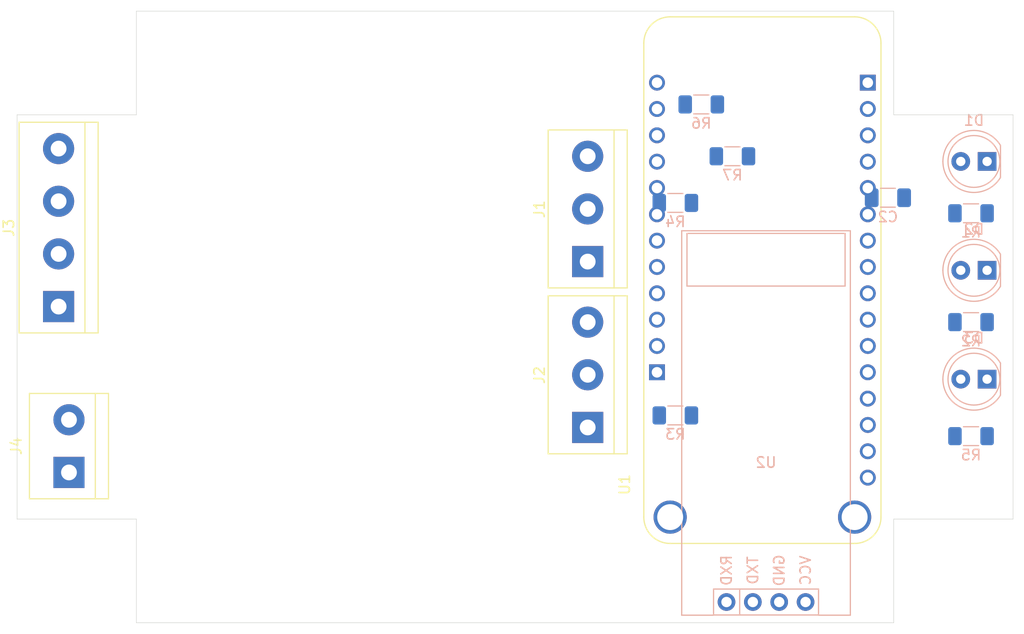
<source format=kicad_pcb>
(kicad_pcb (version 20171130) (host pcbnew 5.1.10-88a1d61d58~88~ubuntu18.04.1)

  (general
    (thickness 1.6)
    (drawings 24)
    (tracks 0)
    (zones 0)
    (modules 17)
    (nets 31)
  )

  (page A4)
  (layers
    (0 F.Cu signal)
    (31 B.Cu signal)
    (32 B.Adhes user)
    (33 F.Adhes user)
    (34 B.Paste user)
    (35 F.Paste user)
    (36 B.SilkS user)
    (37 F.SilkS user)
    (38 B.Mask user)
    (39 F.Mask user)
    (40 Dwgs.User user)
    (41 Cmts.User user)
    (42 Eco1.User user)
    (43 Eco2.User user)
    (44 Edge.Cuts user)
    (45 Margin user)
    (46 B.CrtYd user)
    (47 F.CrtYd user)
    (48 B.Fab user hide)
    (49 F.Fab user hide)
  )

  (setup
    (last_trace_width 0.25)
    (trace_clearance 0.2)
    (zone_clearance 0.508)
    (zone_45_only no)
    (trace_min 0.2)
    (via_size 0.8)
    (via_drill 0.4)
    (via_min_size 0.4)
    (via_min_drill 0.3)
    (uvia_size 0.3)
    (uvia_drill 0.1)
    (uvias_allowed no)
    (uvia_min_size 0.2)
    (uvia_min_drill 0.1)
    (edge_width 0.05)
    (segment_width 0.2)
    (pcb_text_width 0.3)
    (pcb_text_size 1.5 1.5)
    (mod_edge_width 0.12)
    (mod_text_size 1 1)
    (mod_text_width 0.15)
    (pad_size 1.524 1.524)
    (pad_drill 0.762)
    (pad_to_mask_clearance 0.051)
    (solder_mask_min_width 0.25)
    (aux_axis_origin 0 0)
    (visible_elements FFFFFF7F)
    (pcbplotparams
      (layerselection 0x010fc_ffffffff)
      (usegerberextensions false)
      (usegerberattributes true)
      (usegerberadvancedattributes true)
      (creategerberjobfile true)
      (excludeedgelayer true)
      (linewidth 0.100000)
      (plotframeref false)
      (viasonmask false)
      (mode 1)
      (useauxorigin false)
      (hpglpennumber 1)
      (hpglpenspeed 20)
      (hpglpendiameter 15.000000)
      (psnegative false)
      (psa4output false)
      (plotreference true)
      (plotvalue true)
      (plotinvisibletext false)
      (padsonsilk false)
      (subtractmaskfromsilk false)
      (outputformat 1)
      (mirror false)
      (drillshape 1)
      (scaleselection 1)
      (outputdirectory ""))
  )

  (net 0 "")
  (net 1 GND)
  (net 2 +5V)
  (net 3 "Net-(D1-Pad1)")
  (net 4 "Net-(D2-Pad2)")
  (net 5 "Net-(D2-Pad1)")
  (net 6 "Net-(D3-Pad2)")
  (net 7 "Net-(D3-Pad1)")
  (net 8 "Net-(J1-Pad2)")
  (net 9 "Net-(J1-Pad1)")
  (net 10 "Net-(J2-Pad2)")
  (net 11 "Net-(J2-Pad1)")
  (net 12 "Net-(J3-Pad1)")
  (net 13 "Net-(J3-Pad2)")
  (net 14 "Net-(R6-Pad1)")
  (net 15 "Net-(U1-PadP1_16)")
  (net 16 "Net-(U1-PadP1_14)")
  (net 17 "Net-(U1-PadP1_11)")
  (net 18 "Net-(U1-PadP1_10)")
  (net 19 "Net-(U1-PadP1_9)")
  (net 20 "Net-(U1-PadP1_8)")
  (net 21 "Net-(U1-PadP1_7)")
  (net 22 "Net-(U1-PadP1_6)")
  (net 23 "Net-(U1-PadP1_5)")
  (net 24 "Net-(U1-PadP1_4)")
  (net 25 "Net-(U1-PadP1_3)")
  (net 26 "Net-(U1-PadP1_2)")
  (net 27 "Net-(U1-PadP2_11)")
  (net 28 "Net-(U1-PadP2_8)")
  (net 29 "Net-(U1-PadP2_2)")
  (net 30 "Net-(U1-PadP2_1)")

  (net_class Default "This is the default net class."
    (clearance 0.2)
    (trace_width 0.25)
    (via_dia 0.8)
    (via_drill 0.4)
    (uvia_dia 0.3)
    (uvia_drill 0.1)
    (add_net +5V)
    (add_net GND)
    (add_net "Net-(D1-Pad1)")
    (add_net "Net-(D2-Pad1)")
    (add_net "Net-(D2-Pad2)")
    (add_net "Net-(D3-Pad1)")
    (add_net "Net-(D3-Pad2)")
    (add_net "Net-(J1-Pad1)")
    (add_net "Net-(J1-Pad2)")
    (add_net "Net-(J2-Pad1)")
    (add_net "Net-(J2-Pad2)")
    (add_net "Net-(J3-Pad1)")
    (add_net "Net-(J3-Pad2)")
    (add_net "Net-(R6-Pad1)")
    (add_net "Net-(U1-PadP1_10)")
    (add_net "Net-(U1-PadP1_11)")
    (add_net "Net-(U1-PadP1_14)")
    (add_net "Net-(U1-PadP1_16)")
    (add_net "Net-(U1-PadP1_2)")
    (add_net "Net-(U1-PadP1_3)")
    (add_net "Net-(U1-PadP1_4)")
    (add_net "Net-(U1-PadP1_5)")
    (add_net "Net-(U1-PadP1_6)")
    (add_net "Net-(U1-PadP1_7)")
    (add_net "Net-(U1-PadP1_8)")
    (add_net "Net-(U1-PadP1_9)")
    (add_net "Net-(U1-PadP2_1)")
    (add_net "Net-(U1-PadP2_11)")
    (add_net "Net-(U1-PadP2_2)")
    (add_net "Net-(U1-PadP2_8)")
  )

  (module dmcginnis427Footprints:HC06 (layer B.Cu) (tedit 5E381737) (tstamp 60F19D68)
    (at 174.19 127.5)
    (path /5E38CE65)
    (fp_text reference U2 (at 0 -13.462) (layer B.SilkS)
      (effects (font (size 1 1) (thickness 0.15)) (justify mirror))
    )
    (fp_text value HC06 (at 0 2.25) (layer B.Fab)
      (effects (font (size 1 1) (thickness 0.15)) (justify mirror))
    )
    (fp_text user VCC (at 3.81 -3.048 270) (layer B.SilkS)
      (effects (font (size 1 1) (thickness 0.15)) (justify mirror))
    )
    (fp_text user GND (at 1.27 -3.048 270) (layer B.SilkS)
      (effects (font (size 1 1) (thickness 0.15)) (justify mirror))
    )
    (fp_text user TXD (at -1.27 -3.048 270) (layer B.SilkS)
      (effects (font (size 1 1) (thickness 0.15)) (justify mirror))
    )
    (fp_text user RXD (at -3.81 -3.048 270) (layer B.SilkS)
      (effects (font (size 1 1) (thickness 0.15)) (justify mirror))
    )
    (fp_line (start -5.06 1.25) (end 5.06 1.25) (layer B.SilkS) (width 0.12))
    (fp_line (start 5.06 1.25) (end 5.06 -1.25) (layer B.SilkS) (width 0.12))
    (fp_line (start 5.06 -1.25) (end -5.06 -1.25) (layer B.SilkS) (width 0.12))
    (fp_line (start -5.06 -1.25) (end -5.06 1.25) (layer B.SilkS) (width 0.12))
    (fp_line (start -2.54 1.25) (end -2.54 -1.25) (layer B.SilkS) (width 0.12))
    (fp_line (start -8.382 1.524) (end 8.382 1.524) (layer B.CrtYd) (width 0.05))
    (fp_line (start 8.382 1.524) (end 8.382 -36.068) (layer B.CrtYd) (width 0.05))
    (fp_line (start 8.382 -36.068) (end -8.382 -36.068) (layer B.CrtYd) (width 0.05))
    (fp_line (start -8.382 -36.068) (end -8.382 1.524) (layer B.CrtYd) (width 0.05))
    (fp_line (start -7.62 -30.48) (end 7.62 -30.48) (layer B.SilkS) (width 0.12))
    (fp_line (start 7.62 -30.48) (end 7.62 -35.56) (layer B.SilkS) (width 0.12))
    (fp_line (start 7.62 -35.56) (end -7.62 -35.56) (layer B.SilkS) (width 0.12))
    (fp_line (start -7.62 -35.56) (end -7.62 -30.48) (layer B.SilkS) (width 0.12))
    (fp_line (start -8.128 1.27) (end -8.128 -35.814) (layer B.SilkS) (width 0.12))
    (fp_line (start -8.128 -35.814) (end 8.128 -35.814) (layer B.SilkS) (width 0.12))
    (fp_line (start 8.128 -35.814) (end 8.128 1.27) (layer B.SilkS) (width 0.12))
    (fp_line (start 8.128 1.27) (end 5.08 1.27) (layer B.SilkS) (width 0.12))
    (fp_line (start -8.128 1.27) (end -5.08 1.27) (layer B.SilkS) (width 0.12))
    (pad 4 thru_hole circle (at 3.81 0) (size 1.7 1.7) (drill 1) (layers *.Cu *.Mask)
      (net 2 +5V))
    (pad 3 thru_hole circle (at 1.27 0) (size 1.7 1.7) (drill 1) (layers *.Cu *.Mask)
      (net 1 GND))
    (pad 2 thru_hole circle (at -1.27 0) (size 1.7 1.7) (drill 1) (layers *.Cu *.Mask)
      (net 25 "Net-(U1-PadP1_3)"))
    (pad 1 thru_hole circle (at -3.81 0) (size 1.7 1.7) (drill 1) (layers *.Cu *.Mask)
      (net 26 "Net-(U1-PadP1_2)"))
  )

  (module FEATHER_M0_BASIC_PROTO:MODULE_FEATHER_M0_BASIC_PROTO (layer F.Cu) (tedit 60F125E9) (tstamp 60F19872)
    (at 173.84 96.45 90)
    (path /60F29FBE)
    (fp_text reference U1 (at -19.725 -13.275 90) (layer F.SilkS)
      (effects (font (size 1 1) (thickness 0.15)))
    )
    (fp_text value FEATHER_M0_BASIC_PROTO (at -4.785 13.315 90) (layer F.Fab)
      (effects (font (size 1 1) (thickness 0.15)))
    )
    (fp_arc (start 22.86 -8.89) (end 22.86 -11.68) (angle 90) (layer F.CrtYd) (width 0.05))
    (fp_arc (start 22.86 8.89) (end 25.65 8.89) (angle 90) (layer F.CrtYd) (width 0.05))
    (fp_arc (start -22.86 8.89) (end -22.86 11.68) (angle 90) (layer F.CrtYd) (width 0.05))
    (fp_arc (start -22.86 -8.89) (end -25.65 -8.89) (angle 90) (layer F.CrtYd) (width 0.05))
    (fp_arc (start 22.86 8.89) (end 22.86 11.43) (angle -90) (layer F.Fab) (width 0.127))
    (fp_arc (start 22.86 -8.89) (end 25.4 -8.89) (angle -90) (layer F.Fab) (width 0.127))
    (fp_arc (start -22.86 -8.89) (end -22.86 -11.43) (angle -90) (layer F.Fab) (width 0.127))
    (fp_arc (start -22.86 8.89) (end -25.4 8.89) (angle -90) (layer F.Fab) (width 0.127))
    (fp_arc (start 22.86 8.89) (end 22.86 11.43) (angle -90) (layer F.SilkS) (width 0.127))
    (fp_arc (start 22.86 -8.89) (end 25.4 -8.89) (angle -90) (layer F.SilkS) (width 0.127))
    (fp_arc (start -22.86 -8.89) (end -22.86 -11.43) (angle -90) (layer F.SilkS) (width 0.127))
    (fp_arc (start -22.86 8.89) (end -25.4 8.89) (angle -90) (layer F.SilkS) (width 0.127))
    (fp_line (start -25.4 8.89) (end -25.4 -8.89) (layer F.SilkS) (width 0.127))
    (fp_line (start -22.86 -11.43) (end 22.86 -11.43) (layer F.SilkS) (width 0.127))
    (fp_line (start 25.4 -8.89) (end 25.4 8.89) (layer F.SilkS) (width 0.127))
    (fp_line (start 22.86 11.43) (end -22.86 11.43) (layer F.SilkS) (width 0.127))
    (fp_line (start -25.4 8.89) (end -25.4 -8.89) (layer F.Fab) (width 0.127))
    (fp_line (start -22.86 -11.43) (end 22.86 -11.43) (layer F.Fab) (width 0.127))
    (fp_line (start 25.4 -8.89) (end 25.4 8.89) (layer F.Fab) (width 0.127))
    (fp_line (start 22.86 11.43) (end -22.86 11.43) (layer F.Fab) (width 0.127))
    (fp_line (start -25.65 -8.89) (end -25.65 8.89) (layer F.CrtYd) (width 0.05))
    (fp_line (start -22.86 11.68) (end 22.86 11.68) (layer F.CrtYd) (width 0.05))
    (fp_line (start 25.65 8.89) (end 25.65 -8.89) (layer F.CrtYd) (width 0.05))
    (fp_line (start 22.86 -11.68) (end -22.86 -11.68) (layer F.CrtYd) (width 0.05))
    (pad P1_16 thru_hole circle (at -19.05 10.16 90) (size 1.53 1.53) (drill 1.02) (layers *.Cu *.Mask)
      (net 15 "Net-(U1-PadP1_16)"))
    (pad P1_15 thru_hole circle (at -16.51 10.16 90) (size 1.53 1.53) (drill 1.02) (layers *.Cu *.Mask)
      (net 14 "Net-(R6-Pad1)"))
    (pad P1_14 thru_hole circle (at -13.97 10.16 90) (size 1.53 1.53) (drill 1.02) (layers *.Cu *.Mask)
      (net 16 "Net-(U1-PadP1_14)"))
    (pad P1_13 thru_hole circle (at -11.43 10.16 90) (size 1.53 1.53) (drill 1.02) (layers *.Cu *.Mask)
      (net 1 GND))
    (pad P1_12 thru_hole circle (at -8.89 10.16 90) (size 1.53 1.53) (drill 1.02) (layers *.Cu *.Mask)
      (net 12 "Net-(J3-Pad1)"))
    (pad P1_11 thru_hole circle (at -6.35 10.16 90) (size 1.53 1.53) (drill 1.02) (layers *.Cu *.Mask)
      (net 17 "Net-(U1-PadP1_11)"))
    (pad P1_10 thru_hole circle (at -3.81 10.16 90) (size 1.53 1.53) (drill 1.02) (layers *.Cu *.Mask)
      (net 18 "Net-(U1-PadP1_10)"))
    (pad P1_9 thru_hole circle (at -1.27 10.16 90) (size 1.53 1.53) (drill 1.02) (layers *.Cu *.Mask)
      (net 19 "Net-(U1-PadP1_9)"))
    (pad P1_8 thru_hole circle (at 1.27 10.16 90) (size 1.53 1.53) (drill 1.02) (layers *.Cu *.Mask)
      (net 20 "Net-(U1-PadP1_8)"))
    (pad P1_7 thru_hole circle (at 3.81 10.16 90) (size 1.53 1.53) (drill 1.02) (layers *.Cu *.Mask)
      (net 21 "Net-(U1-PadP1_7)"))
    (pad P1_6 thru_hole circle (at 6.35 10.16 90) (size 1.53 1.53) (drill 1.02) (layers *.Cu *.Mask)
      (net 22 "Net-(U1-PadP1_6)"))
    (pad P1_5 thru_hole circle (at 8.89 10.16 90) (size 1.53 1.53) (drill 1.02) (layers *.Cu *.Mask)
      (net 23 "Net-(U1-PadP1_5)"))
    (pad P1_4 thru_hole circle (at 11.43 10.16 90) (size 1.53 1.53) (drill 1.02) (layers *.Cu *.Mask)
      (net 24 "Net-(U1-PadP1_4)"))
    (pad P1_3 thru_hole circle (at 13.97 10.16 90) (size 1.53 1.53) (drill 1.02) (layers *.Cu *.Mask)
      (net 25 "Net-(U1-PadP1_3)"))
    (pad P1_2 thru_hole circle (at 16.51 10.16 90) (size 1.53 1.53) (drill 1.02) (layers *.Cu *.Mask)
      (net 26 "Net-(U1-PadP1_2)"))
    (pad P2_12 thru_hole circle (at 19.05 -10.16 90) (size 1.53 1.53) (drill 1.02) (layers *.Cu *.Mask)
      (net 13 "Net-(J3-Pad2)"))
    (pad P2_11 thru_hole circle (at 16.51 -10.16 90) (size 1.53 1.53) (drill 1.02) (layers *.Cu *.Mask)
      (net 27 "Net-(U1-PadP2_11)"))
    (pad P2_10 thru_hole circle (at 13.97 -10.16 90) (size 1.53 1.53) (drill 1.02) (layers *.Cu *.Mask)
      (net 10 "Net-(J2-Pad2)"))
    (pad P2_9 thru_hole circle (at 11.43 -10.16 90) (size 1.53 1.53) (drill 1.02) (layers *.Cu *.Mask)
      (net 6 "Net-(D3-Pad2)"))
    (pad P2_8 thru_hole circle (at 8.89 -10.16 90) (size 1.53 1.53) (drill 1.02) (layers *.Cu *.Mask)
      (net 28 "Net-(U1-PadP2_8)"))
    (pad P2_7 thru_hole circle (at 6.35 -10.16 90) (size 1.53 1.53) (drill 1.02) (layers *.Cu *.Mask)
      (net 11 "Net-(J2-Pad1)"))
    (pad P2_6 thru_hole circle (at 3.81 -10.16 90) (size 1.53 1.53) (drill 1.02) (layers *.Cu *.Mask)
      (net 8 "Net-(J1-Pad2)"))
    (pad P2_5 thru_hole circle (at 1.27 -10.16 90) (size 1.53 1.53) (drill 1.02) (layers *.Cu *.Mask)
      (net 9 "Net-(J1-Pad1)"))
    (pad P2_4 thru_hole circle (at -1.27 -10.16 90) (size 1.53 1.53) (drill 1.02) (layers *.Cu *.Mask)
      (net 4 "Net-(D2-Pad2)"))
    (pad P2_3 thru_hole circle (at -3.81 -10.16 90) (size 1.53 1.53) (drill 1.02) (layers *.Cu *.Mask)
      (net 2 +5V))
    (pad P2_2 thru_hole circle (at -6.35 -10.16 90) (size 1.53 1.53) (drill 1.02) (layers *.Cu *.Mask)
      (net 29 "Net-(U1-PadP2_2)"))
    (pad None np_thru_hole circle (at 22.86 -8.89 90) (size 2.54 2.54) (drill 2.54) (layers *.Cu *.Mask))
    (pad None np_thru_hole circle (at 22.86 8.89 90) (size 2.54 2.54) (drill 2.54) (layers *.Cu *.Mask))
    (pad P$2 thru_hole circle (at -22.86 8.89 90) (size 3.2 3.2) (drill 2.5) (layers *.Cu *.Mask))
    (pad P$1 thru_hole circle (at -22.86 -8.89 90) (size 3.2 3.2) (drill 2.5) (layers *.Cu *.Mask))
    (pad P2_1 thru_hole rect (at -8.89 -10.16 90) (size 1.53 1.53) (drill 1.02) (layers *.Cu *.Mask)
      (net 30 "Net-(U1-PadP2_1)"))
    (pad P1_1 thru_hole rect (at 19.05 10.16 90) (size 1.53 1.53) (drill 1.02) (layers *.Cu *.Mask)
      (net 1 GND))
  )

  (module Resistor_SMD:R_1206_3216Metric_Pad1.30x1.75mm_HandSolder (layer B.Cu) (tedit 5F68FEEE) (tstamp 60F19836)
    (at 170.95 84.5)
    (descr "Resistor SMD 1206 (3216 Metric), square (rectangular) end terminal, IPC_7351 nominal with elongated pad for handsoldering. (Body size source: IPC-SM-782 page 72, https://www.pcb-3d.com/wordpress/wp-content/uploads/ipc-sm-782a_amendment_1_and_2.pdf), generated with kicad-footprint-generator")
    (tags "resistor handsolder")
    (path /60940A3C)
    (attr smd)
    (fp_text reference R7 (at 0 1.82) (layer B.SilkS)
      (effects (font (size 1 1) (thickness 0.15)) (justify mirror))
    )
    (fp_text value 10k (at 0 -1.82) (layer B.Fab)
      (effects (font (size 1 1) (thickness 0.15)) (justify mirror))
    )
    (fp_text user %R (at 0 0) (layer B.Fab)
      (effects (font (size 0.8 0.8) (thickness 0.12)) (justify mirror))
    )
    (fp_line (start -1.6 -0.8) (end -1.6 0.8) (layer B.Fab) (width 0.1))
    (fp_line (start -1.6 0.8) (end 1.6 0.8) (layer B.Fab) (width 0.1))
    (fp_line (start 1.6 0.8) (end 1.6 -0.8) (layer B.Fab) (width 0.1))
    (fp_line (start 1.6 -0.8) (end -1.6 -0.8) (layer B.Fab) (width 0.1))
    (fp_line (start -0.727064 0.91) (end 0.727064 0.91) (layer B.SilkS) (width 0.12))
    (fp_line (start -0.727064 -0.91) (end 0.727064 -0.91) (layer B.SilkS) (width 0.12))
    (fp_line (start -2.45 -1.12) (end -2.45 1.12) (layer B.CrtYd) (width 0.05))
    (fp_line (start -2.45 1.12) (end 2.45 1.12) (layer B.CrtYd) (width 0.05))
    (fp_line (start 2.45 1.12) (end 2.45 -1.12) (layer B.CrtYd) (width 0.05))
    (fp_line (start 2.45 -1.12) (end -2.45 -1.12) (layer B.CrtYd) (width 0.05))
    (pad 2 smd roundrect (at 1.55 0) (size 1.3 1.75) (layers B.Cu B.Paste B.Mask) (roundrect_rratio 0.192308)
      (net 12 "Net-(J3-Pad1)"))
    (pad 1 smd roundrect (at -1.55 0) (size 1.3 1.75) (layers B.Cu B.Paste B.Mask) (roundrect_rratio 0.192308)
      (net 14 "Net-(R6-Pad1)"))
    (model ${KISYS3DMOD}/Resistor_SMD.3dshapes/R_1206_3216Metric.wrl
      (at (xyz 0 0 0))
      (scale (xyz 1 1 1))
      (rotate (xyz 0 0 0))
    )
  )

  (module Resistor_SMD:R_1206_3216Metric_Pad1.30x1.75mm_HandSolder (layer B.Cu) (tedit 5F68FEEE) (tstamp 60F19825)
    (at 167.95 79.5)
    (descr "Resistor SMD 1206 (3216 Metric), square (rectangular) end terminal, IPC_7351 nominal with elongated pad for handsoldering. (Body size source: IPC-SM-782 page 72, https://www.pcb-3d.com/wordpress/wp-content/uploads/ipc-sm-782a_amendment_1_and_2.pdf), generated with kicad-footprint-generator")
    (tags "resistor handsolder")
    (path /609486EE)
    (attr smd)
    (fp_text reference R6 (at 0 1.82) (layer B.SilkS)
      (effects (font (size 1 1) (thickness 0.15)) (justify mirror))
    )
    (fp_text value 10k (at 0 -1.82) (layer B.Fab)
      (effects (font (size 1 1) (thickness 0.15)) (justify mirror))
    )
    (fp_text user %R (at 0 0) (layer B.Fab)
      (effects (font (size 0.8 0.8) (thickness 0.12)) (justify mirror))
    )
    (fp_line (start -1.6 -0.8) (end -1.6 0.8) (layer B.Fab) (width 0.1))
    (fp_line (start -1.6 0.8) (end 1.6 0.8) (layer B.Fab) (width 0.1))
    (fp_line (start 1.6 0.8) (end 1.6 -0.8) (layer B.Fab) (width 0.1))
    (fp_line (start 1.6 -0.8) (end -1.6 -0.8) (layer B.Fab) (width 0.1))
    (fp_line (start -0.727064 0.91) (end 0.727064 0.91) (layer B.SilkS) (width 0.12))
    (fp_line (start -0.727064 -0.91) (end 0.727064 -0.91) (layer B.SilkS) (width 0.12))
    (fp_line (start -2.45 -1.12) (end -2.45 1.12) (layer B.CrtYd) (width 0.05))
    (fp_line (start -2.45 1.12) (end 2.45 1.12) (layer B.CrtYd) (width 0.05))
    (fp_line (start 2.45 1.12) (end 2.45 -1.12) (layer B.CrtYd) (width 0.05))
    (fp_line (start 2.45 -1.12) (end -2.45 -1.12) (layer B.CrtYd) (width 0.05))
    (pad 2 smd roundrect (at 1.55 0) (size 1.3 1.75) (layers B.Cu B.Paste B.Mask) (roundrect_rratio 0.192308)
      (net 13 "Net-(J3-Pad2)"))
    (pad 1 smd roundrect (at -1.55 0) (size 1.3 1.75) (layers B.Cu B.Paste B.Mask) (roundrect_rratio 0.192308)
      (net 14 "Net-(R6-Pad1)"))
    (model ${KISYS3DMOD}/Resistor_SMD.3dshapes/R_1206_3216Metric.wrl
      (at (xyz 0 0 0))
      (scale (xyz 1 1 1))
      (rotate (xyz 0 0 0))
    )
  )

  (module Resistor_SMD:R_1206_3216Metric_Pad1.30x1.75mm_HandSolder (layer B.Cu) (tedit 5F68FEEE) (tstamp 60F19814)
    (at 193.95 111.5)
    (descr "Resistor SMD 1206 (3216 Metric), square (rectangular) end terminal, IPC_7351 nominal with elongated pad for handsoldering. (Body size source: IPC-SM-782 page 72, https://www.pcb-3d.com/wordpress/wp-content/uploads/ipc-sm-782a_amendment_1_and_2.pdf), generated with kicad-footprint-generator")
    (tags "resistor handsolder")
    (path /6092647F)
    (attr smd)
    (fp_text reference R5 (at 0 1.82) (layer B.SilkS)
      (effects (font (size 1 1) (thickness 0.15)) (justify mirror))
    )
    (fp_text value 220 (at 0 -1.82) (layer B.Fab)
      (effects (font (size 1 1) (thickness 0.15)) (justify mirror))
    )
    (fp_text user %R (at 0 0) (layer B.Fab)
      (effects (font (size 0.8 0.8) (thickness 0.12)) (justify mirror))
    )
    (fp_line (start -1.6 -0.8) (end -1.6 0.8) (layer B.Fab) (width 0.1))
    (fp_line (start -1.6 0.8) (end 1.6 0.8) (layer B.Fab) (width 0.1))
    (fp_line (start 1.6 0.8) (end 1.6 -0.8) (layer B.Fab) (width 0.1))
    (fp_line (start 1.6 -0.8) (end -1.6 -0.8) (layer B.Fab) (width 0.1))
    (fp_line (start -0.727064 0.91) (end 0.727064 0.91) (layer B.SilkS) (width 0.12))
    (fp_line (start -0.727064 -0.91) (end 0.727064 -0.91) (layer B.SilkS) (width 0.12))
    (fp_line (start -2.45 -1.12) (end -2.45 1.12) (layer B.CrtYd) (width 0.05))
    (fp_line (start -2.45 1.12) (end 2.45 1.12) (layer B.CrtYd) (width 0.05))
    (fp_line (start 2.45 1.12) (end 2.45 -1.12) (layer B.CrtYd) (width 0.05))
    (fp_line (start 2.45 -1.12) (end -2.45 -1.12) (layer B.CrtYd) (width 0.05))
    (pad 2 smd roundrect (at 1.55 0) (size 1.3 1.75) (layers B.Cu B.Paste B.Mask) (roundrect_rratio 0.192308)
      (net 7 "Net-(D3-Pad1)"))
    (pad 1 smd roundrect (at -1.55 0) (size 1.3 1.75) (layers B.Cu B.Paste B.Mask) (roundrect_rratio 0.192308)
      (net 1 GND))
    (model ${KISYS3DMOD}/Resistor_SMD.3dshapes/R_1206_3216Metric.wrl
      (at (xyz 0 0 0))
      (scale (xyz 1 1 1))
      (rotate (xyz 0 0 0))
    )
  )

  (module Resistor_SMD:R_1206_3216Metric_Pad1.30x1.75mm_HandSolder (layer B.Cu) (tedit 5F68FEEE) (tstamp 60F19803)
    (at 165.45 89)
    (descr "Resistor SMD 1206 (3216 Metric), square (rectangular) end terminal, IPC_7351 nominal with elongated pad for handsoldering. (Body size source: IPC-SM-782 page 72, https://www.pcb-3d.com/wordpress/wp-content/uploads/ipc-sm-782a_amendment_1_and_2.pdf), generated with kicad-footprint-generator")
    (tags "resistor handsolder")
    (path /6092FF71)
    (attr smd)
    (fp_text reference R4 (at 0 1.82) (layer B.SilkS)
      (effects (font (size 1 1) (thickness 0.15)) (justify mirror))
    )
    (fp_text value 10k (at 0 -1.82) (layer B.Fab)
      (effects (font (size 1 1) (thickness 0.15)) (justify mirror))
    )
    (fp_text user %R (at 0 0) (layer B.Fab)
      (effects (font (size 0.8 0.8) (thickness 0.12)) (justify mirror))
    )
    (fp_line (start -1.6 -0.8) (end -1.6 0.8) (layer B.Fab) (width 0.1))
    (fp_line (start -1.6 0.8) (end 1.6 0.8) (layer B.Fab) (width 0.1))
    (fp_line (start 1.6 0.8) (end 1.6 -0.8) (layer B.Fab) (width 0.1))
    (fp_line (start 1.6 -0.8) (end -1.6 -0.8) (layer B.Fab) (width 0.1))
    (fp_line (start -0.727064 0.91) (end 0.727064 0.91) (layer B.SilkS) (width 0.12))
    (fp_line (start -0.727064 -0.91) (end 0.727064 -0.91) (layer B.SilkS) (width 0.12))
    (fp_line (start -2.45 -1.12) (end -2.45 1.12) (layer B.CrtYd) (width 0.05))
    (fp_line (start -2.45 1.12) (end 2.45 1.12) (layer B.CrtYd) (width 0.05))
    (fp_line (start 2.45 1.12) (end 2.45 -1.12) (layer B.CrtYd) (width 0.05))
    (fp_line (start 2.45 -1.12) (end -2.45 -1.12) (layer B.CrtYd) (width 0.05))
    (pad 2 smd roundrect (at 1.55 0) (size 1.3 1.75) (layers B.Cu B.Paste B.Mask) (roundrect_rratio 0.192308)
      (net 10 "Net-(J2-Pad2)"))
    (pad 1 smd roundrect (at -1.55 0) (size 1.3 1.75) (layers B.Cu B.Paste B.Mask) (roundrect_rratio 0.192308)
      (net 11 "Net-(J2-Pad1)"))
    (model ${KISYS3DMOD}/Resistor_SMD.3dshapes/R_1206_3216Metric.wrl
      (at (xyz 0 0 0))
      (scale (xyz 1 1 1))
      (rotate (xyz 0 0 0))
    )
  )

  (module Resistor_SMD:R_1206_3216Metric_Pad1.30x1.75mm_HandSolder (layer B.Cu) (tedit 5F68FEEE) (tstamp 60F197F2)
    (at 165.45 109.5)
    (descr "Resistor SMD 1206 (3216 Metric), square (rectangular) end terminal, IPC_7351 nominal with elongated pad for handsoldering. (Body size source: IPC-SM-782 page 72, https://www.pcb-3d.com/wordpress/wp-content/uploads/ipc-sm-782a_amendment_1_and_2.pdf), generated with kicad-footprint-generator")
    (tags "resistor handsolder")
    (path /609202EC)
    (attr smd)
    (fp_text reference R3 (at 0 1.82) (layer B.SilkS)
      (effects (font (size 1 1) (thickness 0.15)) (justify mirror))
    )
    (fp_text value 10k (at 0 -1.82) (layer B.Fab)
      (effects (font (size 1 1) (thickness 0.15)) (justify mirror))
    )
    (fp_text user %R (at 0 0) (layer B.Fab)
      (effects (font (size 0.8 0.8) (thickness 0.12)) (justify mirror))
    )
    (fp_line (start -1.6 -0.8) (end -1.6 0.8) (layer B.Fab) (width 0.1))
    (fp_line (start -1.6 0.8) (end 1.6 0.8) (layer B.Fab) (width 0.1))
    (fp_line (start 1.6 0.8) (end 1.6 -0.8) (layer B.Fab) (width 0.1))
    (fp_line (start 1.6 -0.8) (end -1.6 -0.8) (layer B.Fab) (width 0.1))
    (fp_line (start -0.727064 0.91) (end 0.727064 0.91) (layer B.SilkS) (width 0.12))
    (fp_line (start -0.727064 -0.91) (end 0.727064 -0.91) (layer B.SilkS) (width 0.12))
    (fp_line (start -2.45 -1.12) (end -2.45 1.12) (layer B.CrtYd) (width 0.05))
    (fp_line (start -2.45 1.12) (end 2.45 1.12) (layer B.CrtYd) (width 0.05))
    (fp_line (start 2.45 1.12) (end 2.45 -1.12) (layer B.CrtYd) (width 0.05))
    (fp_line (start 2.45 -1.12) (end -2.45 -1.12) (layer B.CrtYd) (width 0.05))
    (pad 2 smd roundrect (at 1.55 0) (size 1.3 1.75) (layers B.Cu B.Paste B.Mask) (roundrect_rratio 0.192308)
      (net 8 "Net-(J1-Pad2)"))
    (pad 1 smd roundrect (at -1.55 0) (size 1.3 1.75) (layers B.Cu B.Paste B.Mask) (roundrect_rratio 0.192308)
      (net 9 "Net-(J1-Pad1)"))
    (model ${KISYS3DMOD}/Resistor_SMD.3dshapes/R_1206_3216Metric.wrl
      (at (xyz 0 0 0))
      (scale (xyz 1 1 1))
      (rotate (xyz 0 0 0))
    )
  )

  (module Resistor_SMD:R_1206_3216Metric_Pad1.30x1.75mm_HandSolder (layer B.Cu) (tedit 5F68FEEE) (tstamp 60F197E1)
    (at 193.95 100.5)
    (descr "Resistor SMD 1206 (3216 Metric), square (rectangular) end terminal, IPC_7351 nominal with elongated pad for handsoldering. (Body size source: IPC-SM-782 page 72, https://www.pcb-3d.com/wordpress/wp-content/uploads/ipc-sm-782a_amendment_1_and_2.pdf), generated with kicad-footprint-generator")
    (tags "resistor handsolder")
    (path /5E56B927)
    (attr smd)
    (fp_text reference R2 (at 0 1.82 180) (layer B.SilkS)
      (effects (font (size 1 1) (thickness 0.15)) (justify mirror))
    )
    (fp_text value 220 (at 0 -1.82 180) (layer B.Fab)
      (effects (font (size 1 1) (thickness 0.15)) (justify mirror))
    )
    (fp_text user %R (at 0 0 180) (layer B.Fab)
      (effects (font (size 0.8 0.8) (thickness 0.12)) (justify mirror))
    )
    (fp_line (start -1.6 -0.8) (end -1.6 0.8) (layer B.Fab) (width 0.1))
    (fp_line (start -1.6 0.8) (end 1.6 0.8) (layer B.Fab) (width 0.1))
    (fp_line (start 1.6 0.8) (end 1.6 -0.8) (layer B.Fab) (width 0.1))
    (fp_line (start 1.6 -0.8) (end -1.6 -0.8) (layer B.Fab) (width 0.1))
    (fp_line (start -0.727064 0.91) (end 0.727064 0.91) (layer B.SilkS) (width 0.12))
    (fp_line (start -0.727064 -0.91) (end 0.727064 -0.91) (layer B.SilkS) (width 0.12))
    (fp_line (start -2.45 -1.12) (end -2.45 1.12) (layer B.CrtYd) (width 0.05))
    (fp_line (start -2.45 1.12) (end 2.45 1.12) (layer B.CrtYd) (width 0.05))
    (fp_line (start 2.45 1.12) (end 2.45 -1.12) (layer B.CrtYd) (width 0.05))
    (fp_line (start 2.45 -1.12) (end -2.45 -1.12) (layer B.CrtYd) (width 0.05))
    (pad 2 smd roundrect (at 1.55 0) (size 1.3 1.75) (layers B.Cu B.Paste B.Mask) (roundrect_rratio 0.192308)
      (net 5 "Net-(D2-Pad1)"))
    (pad 1 smd roundrect (at -1.55 0) (size 1.3 1.75) (layers B.Cu B.Paste B.Mask) (roundrect_rratio 0.192308)
      (net 1 GND))
    (model ${KISYS3DMOD}/Resistor_SMD.3dshapes/R_1206_3216Metric.wrl
      (at (xyz 0 0 0))
      (scale (xyz 1 1 1))
      (rotate (xyz 0 0 0))
    )
  )

  (module Resistor_SMD:R_1206_3216Metric_Pad1.30x1.75mm_HandSolder (layer B.Cu) (tedit 5F68FEEE) (tstamp 60F197D0)
    (at 193.95 90)
    (descr "Resistor SMD 1206 (3216 Metric), square (rectangular) end terminal, IPC_7351 nominal with elongated pad for handsoldering. (Body size source: IPC-SM-782 page 72, https://www.pcb-3d.com/wordpress/wp-content/uploads/ipc-sm-782a_amendment_1_and_2.pdf), generated with kicad-footprint-generator")
    (tags "resistor handsolder")
    (path /5E10E0F6)
    (attr smd)
    (fp_text reference R1 (at 0 1.82) (layer B.SilkS)
      (effects (font (size 1 1) (thickness 0.15)) (justify mirror))
    )
    (fp_text value 220 (at 0 -1.82) (layer B.Fab)
      (effects (font (size 1 1) (thickness 0.15)) (justify mirror))
    )
    (fp_text user %R (at 0 0) (layer B.Fab)
      (effects (font (size 0.8 0.8) (thickness 0.12)) (justify mirror))
    )
    (fp_line (start -1.6 -0.8) (end -1.6 0.8) (layer B.Fab) (width 0.1))
    (fp_line (start -1.6 0.8) (end 1.6 0.8) (layer B.Fab) (width 0.1))
    (fp_line (start 1.6 0.8) (end 1.6 -0.8) (layer B.Fab) (width 0.1))
    (fp_line (start 1.6 -0.8) (end -1.6 -0.8) (layer B.Fab) (width 0.1))
    (fp_line (start -0.727064 0.91) (end 0.727064 0.91) (layer B.SilkS) (width 0.12))
    (fp_line (start -0.727064 -0.91) (end 0.727064 -0.91) (layer B.SilkS) (width 0.12))
    (fp_line (start -2.45 -1.12) (end -2.45 1.12) (layer B.CrtYd) (width 0.05))
    (fp_line (start -2.45 1.12) (end 2.45 1.12) (layer B.CrtYd) (width 0.05))
    (fp_line (start 2.45 1.12) (end 2.45 -1.12) (layer B.CrtYd) (width 0.05))
    (fp_line (start 2.45 -1.12) (end -2.45 -1.12) (layer B.CrtYd) (width 0.05))
    (pad 2 smd roundrect (at 1.55 0) (size 1.3 1.75) (layers B.Cu B.Paste B.Mask) (roundrect_rratio 0.192308)
      (net 3 "Net-(D1-Pad1)"))
    (pad 1 smd roundrect (at -1.55 0) (size 1.3 1.75) (layers B.Cu B.Paste B.Mask) (roundrect_rratio 0.192308)
      (net 1 GND))
    (model ${KISYS3DMOD}/Resistor_SMD.3dshapes/R_1206_3216Metric.wrl
      (at (xyz 0 0 0))
      (scale (xyz 1 1 1))
      (rotate (xyz 0 0 0))
    )
  )

  (module TerminalBlock:TerminalBlock_bornier-2_P5.08mm (layer F.Cu) (tedit 59FF03AB) (tstamp 60F197BF)
    (at 107 115 90)
    (descr "simple 2-pin terminal block, pitch 5.08mm, revamped version of bornier2")
    (tags "terminal block bornier2")
    (path /6090E253)
    (fp_text reference J4 (at 2.54 -5.08 90) (layer F.SilkS)
      (effects (font (size 1 1) (thickness 0.15)))
    )
    (fp_text value Screw_Terminal_01x02 (at 2.54 5.08 90) (layer F.Fab)
      (effects (font (size 1 1) (thickness 0.15)))
    )
    (fp_text user %R (at 2.54 0 90) (layer F.Fab)
      (effects (font (size 1 1) (thickness 0.15)))
    )
    (fp_line (start -2.41 2.55) (end 7.49 2.55) (layer F.Fab) (width 0.1))
    (fp_line (start -2.46 -3.75) (end -2.46 3.75) (layer F.Fab) (width 0.1))
    (fp_line (start -2.46 3.75) (end 7.54 3.75) (layer F.Fab) (width 0.1))
    (fp_line (start 7.54 3.75) (end 7.54 -3.75) (layer F.Fab) (width 0.1))
    (fp_line (start 7.54 -3.75) (end -2.46 -3.75) (layer F.Fab) (width 0.1))
    (fp_line (start 7.62 2.54) (end -2.54 2.54) (layer F.SilkS) (width 0.12))
    (fp_line (start 7.62 3.81) (end 7.62 -3.81) (layer F.SilkS) (width 0.12))
    (fp_line (start 7.62 -3.81) (end -2.54 -3.81) (layer F.SilkS) (width 0.12))
    (fp_line (start -2.54 -3.81) (end -2.54 3.81) (layer F.SilkS) (width 0.12))
    (fp_line (start -2.54 3.81) (end 7.62 3.81) (layer F.SilkS) (width 0.12))
    (fp_line (start -2.71 -4) (end 7.79 -4) (layer F.CrtYd) (width 0.05))
    (fp_line (start -2.71 -4) (end -2.71 4) (layer F.CrtYd) (width 0.05))
    (fp_line (start 7.79 4) (end 7.79 -4) (layer F.CrtYd) (width 0.05))
    (fp_line (start 7.79 4) (end -2.71 4) (layer F.CrtYd) (width 0.05))
    (pad 2 thru_hole circle (at 5.08 0 90) (size 3 3) (drill 1.52) (layers *.Cu *.Mask)
      (net 1 GND))
    (pad 1 thru_hole rect (at 0 0 90) (size 3 3) (drill 1.52) (layers *.Cu *.Mask)
      (net 2 +5V))
    (model ${KISYS3DMOD}/TerminalBlock.3dshapes/TerminalBlock_bornier-2_P5.08mm.wrl
      (offset (xyz 2.539999961853027 0 0))
      (scale (xyz 1 1 1))
      (rotate (xyz 0 0 0))
    )
  )

  (module TerminalBlock:TerminalBlock_bornier-4_P5.08mm (layer F.Cu) (tedit 59FF03D1) (tstamp 60F197AA)
    (at 106 99 90)
    (descr "simple 4-pin terminal block, pitch 5.08mm, revamped version of bornier4")
    (tags "terminal block bornier4")
    (path /6093B5B9)
    (fp_text reference J3 (at 7.6 -4.8 90) (layer F.SilkS)
      (effects (font (size 1 1) (thickness 0.15)))
    )
    (fp_text value Screw_Terminal_01x04 (at 7.6 4.75 90) (layer F.Fab)
      (effects (font (size 1 1) (thickness 0.15)))
    )
    (fp_text user %R (at 7.62 0 90) (layer F.Fab)
      (effects (font (size 1 1) (thickness 0.15)))
    )
    (fp_line (start -2.48 2.55) (end 17.72 2.55) (layer F.Fab) (width 0.1))
    (fp_line (start -2.43 3.75) (end -2.48 3.75) (layer F.Fab) (width 0.1))
    (fp_line (start -2.48 3.75) (end -2.48 -3.75) (layer F.Fab) (width 0.1))
    (fp_line (start -2.48 -3.75) (end 17.72 -3.75) (layer F.Fab) (width 0.1))
    (fp_line (start 17.72 -3.75) (end 17.72 3.75) (layer F.Fab) (width 0.1))
    (fp_line (start 17.72 3.75) (end -2.43 3.75) (layer F.Fab) (width 0.1))
    (fp_line (start -2.54 -3.81) (end -2.54 3.81) (layer F.SilkS) (width 0.12))
    (fp_line (start 17.78 3.81) (end 17.78 -3.81) (layer F.SilkS) (width 0.12))
    (fp_line (start 17.78 2.54) (end -2.54 2.54) (layer F.SilkS) (width 0.12))
    (fp_line (start -2.54 -3.81) (end 17.78 -3.81) (layer F.SilkS) (width 0.12))
    (fp_line (start -2.54 3.81) (end 17.78 3.81) (layer F.SilkS) (width 0.12))
    (fp_line (start -2.73 -4) (end 17.97 -4) (layer F.CrtYd) (width 0.05))
    (fp_line (start -2.73 -4) (end -2.73 4) (layer F.CrtYd) (width 0.05))
    (fp_line (start 17.97 4) (end 17.97 -4) (layer F.CrtYd) (width 0.05))
    (fp_line (start 17.97 4) (end -2.73 4) (layer F.CrtYd) (width 0.05))
    (pad 4 thru_hole circle (at 15.24 0 90) (size 3 3) (drill 1.52) (layers *.Cu *.Mask)
      (net 1 GND))
    (pad 1 thru_hole rect (at 0 0 90) (size 3 3) (drill 1.52) (layers *.Cu *.Mask)
      (net 12 "Net-(J3-Pad1)"))
    (pad 3 thru_hole circle (at 10.16 0 90) (size 3 3) (drill 1.52) (layers *.Cu *.Mask)
      (net 1 GND))
    (pad 2 thru_hole circle (at 5.08 0 90) (size 3 3) (drill 1.52) (layers *.Cu *.Mask)
      (net 13 "Net-(J3-Pad2)"))
    (model ${KISYS3DMOD}/TerminalBlock.3dshapes/TerminalBlock_bornier-4_P5.08mm.wrl
      (offset (xyz 7.619999885559082 0 0))
      (scale (xyz 1 1 1))
      (rotate (xyz 0 0 0))
    )
  )

  (module TerminalBlock:TerminalBlock_bornier-3_P5.08mm (layer F.Cu) (tedit 59FF03B9) (tstamp 60F19792)
    (at 157 110.66 90)
    (descr "simple 3-pin terminal block, pitch 5.08mm, revamped version of bornier3")
    (tags "terminal block bornier3")
    (path /6092FF6B)
    (fp_text reference J2 (at 5.05 -4.65 90) (layer F.SilkS)
      (effects (font (size 1 1) (thickness 0.15)))
    )
    (fp_text value Screw_Terminal_01x03 (at 5.08 5.08 90) (layer F.Fab)
      (effects (font (size 1 1) (thickness 0.15)))
    )
    (fp_text user %R (at 5.08 0 90) (layer F.Fab)
      (effects (font (size 1 1) (thickness 0.15)))
    )
    (fp_line (start -2.47 2.55) (end 12.63 2.55) (layer F.Fab) (width 0.1))
    (fp_line (start -2.47 -3.75) (end 12.63 -3.75) (layer F.Fab) (width 0.1))
    (fp_line (start 12.63 -3.75) (end 12.63 3.75) (layer F.Fab) (width 0.1))
    (fp_line (start 12.63 3.75) (end -2.47 3.75) (layer F.Fab) (width 0.1))
    (fp_line (start -2.47 3.75) (end -2.47 -3.75) (layer F.Fab) (width 0.1))
    (fp_line (start -2.54 3.81) (end -2.54 -3.81) (layer F.SilkS) (width 0.12))
    (fp_line (start 12.7 3.81) (end 12.7 -3.81) (layer F.SilkS) (width 0.12))
    (fp_line (start -2.54 2.54) (end 12.7 2.54) (layer F.SilkS) (width 0.12))
    (fp_line (start -2.54 -3.81) (end 12.7 -3.81) (layer F.SilkS) (width 0.12))
    (fp_line (start -2.54 3.81) (end 12.7 3.81) (layer F.SilkS) (width 0.12))
    (fp_line (start -2.72 -4) (end 12.88 -4) (layer F.CrtYd) (width 0.05))
    (fp_line (start -2.72 -4) (end -2.72 4) (layer F.CrtYd) (width 0.05))
    (fp_line (start 12.88 4) (end 12.88 -4) (layer F.CrtYd) (width 0.05))
    (fp_line (start 12.88 4) (end -2.72 4) (layer F.CrtYd) (width 0.05))
    (pad 3 thru_hole circle (at 10.16 0 90) (size 3 3) (drill 1.52) (layers *.Cu *.Mask)
      (net 1 GND))
    (pad 2 thru_hole circle (at 5.08 0 90) (size 3 3) (drill 1.52) (layers *.Cu *.Mask)
      (net 10 "Net-(J2-Pad2)"))
    (pad 1 thru_hole rect (at 0 0 90) (size 3 3) (drill 1.52) (layers *.Cu *.Mask)
      (net 11 "Net-(J2-Pad1)"))
    (model ${KISYS3DMOD}/TerminalBlock.3dshapes/TerminalBlock_bornier-3_P5.08mm.wrl
      (offset (xyz 5.079999923706055 0 0))
      (scale (xyz 1 1 1))
      (rotate (xyz 0 0 0))
    )
  )

  (module TerminalBlock:TerminalBlock_bornier-3_P5.08mm (layer F.Cu) (tedit 59FF03B9) (tstamp 60F1977C)
    (at 157 94.66 90)
    (descr "simple 3-pin terminal block, pitch 5.08mm, revamped version of bornier3")
    (tags "terminal block bornier3")
    (path /6091FA4C)
    (fp_text reference J1 (at 5.05 -4.65 90) (layer F.SilkS)
      (effects (font (size 1 1) (thickness 0.15)))
    )
    (fp_text value Screw_Terminal_01x03 (at 5.08 5.08 90) (layer F.Fab)
      (effects (font (size 1 1) (thickness 0.15)))
    )
    (fp_text user %R (at 5.08 0 90) (layer F.Fab)
      (effects (font (size 1 1) (thickness 0.15)))
    )
    (fp_line (start -2.47 2.55) (end 12.63 2.55) (layer F.Fab) (width 0.1))
    (fp_line (start -2.47 -3.75) (end 12.63 -3.75) (layer F.Fab) (width 0.1))
    (fp_line (start 12.63 -3.75) (end 12.63 3.75) (layer F.Fab) (width 0.1))
    (fp_line (start 12.63 3.75) (end -2.47 3.75) (layer F.Fab) (width 0.1))
    (fp_line (start -2.47 3.75) (end -2.47 -3.75) (layer F.Fab) (width 0.1))
    (fp_line (start -2.54 3.81) (end -2.54 -3.81) (layer F.SilkS) (width 0.12))
    (fp_line (start 12.7 3.81) (end 12.7 -3.81) (layer F.SilkS) (width 0.12))
    (fp_line (start -2.54 2.54) (end 12.7 2.54) (layer F.SilkS) (width 0.12))
    (fp_line (start -2.54 -3.81) (end 12.7 -3.81) (layer F.SilkS) (width 0.12))
    (fp_line (start -2.54 3.81) (end 12.7 3.81) (layer F.SilkS) (width 0.12))
    (fp_line (start -2.72 -4) (end 12.88 -4) (layer F.CrtYd) (width 0.05))
    (fp_line (start -2.72 -4) (end -2.72 4) (layer F.CrtYd) (width 0.05))
    (fp_line (start 12.88 4) (end 12.88 -4) (layer F.CrtYd) (width 0.05))
    (fp_line (start 12.88 4) (end -2.72 4) (layer F.CrtYd) (width 0.05))
    (pad 3 thru_hole circle (at 10.16 0 90) (size 3 3) (drill 1.52) (layers *.Cu *.Mask)
      (net 1 GND))
    (pad 2 thru_hole circle (at 5.08 0 90) (size 3 3) (drill 1.52) (layers *.Cu *.Mask)
      (net 8 "Net-(J1-Pad2)"))
    (pad 1 thru_hole rect (at 0 0 90) (size 3 3) (drill 1.52) (layers *.Cu *.Mask)
      (net 9 "Net-(J1-Pad1)"))
    (model ${KISYS3DMOD}/TerminalBlock.3dshapes/TerminalBlock_bornier-3_P5.08mm.wrl
      (offset (xyz 5.079999923706055 0 0))
      (scale (xyz 1 1 1))
      (rotate (xyz 0 0 0))
    )
  )

  (module LED_THT:LED_D5.0mm (layer B.Cu) (tedit 5995936A) (tstamp 60F19766)
    (at 195.5 106 180)
    (descr "LED, diameter 5.0mm, 2 pins, http://cdn-reichelt.de/documents/datenblatt/A500/LL-504BC2E-009.pdf")
    (tags "LED diameter 5.0mm 2 pins")
    (path /60926479)
    (fp_text reference D3 (at 1.27 3.96) (layer B.SilkS)
      (effects (font (size 1 1) (thickness 0.15)) (justify mirror))
    )
    (fp_text value LED (at 1.27 -3.96) (layer B.Fab)
      (effects (font (size 1 1) (thickness 0.15)) (justify mirror))
    )
    (fp_text user %R (at 1.25 0) (layer B.Fab)
      (effects (font (size 0.8 0.8) (thickness 0.2)) (justify mirror))
    )
    (fp_arc (start 1.27 0) (end -1.29 -1.54483) (angle 148.9) (layer B.SilkS) (width 0.12))
    (fp_arc (start 1.27 0) (end -1.29 1.54483) (angle -148.9) (layer B.SilkS) (width 0.12))
    (fp_arc (start 1.27 0) (end -1.23 1.469694) (angle -299.1) (layer B.Fab) (width 0.1))
    (fp_circle (center 1.27 0) (end 3.77 0) (layer B.Fab) (width 0.1))
    (fp_circle (center 1.27 0) (end 3.77 0) (layer B.SilkS) (width 0.12))
    (fp_line (start -1.23 1.469694) (end -1.23 -1.469694) (layer B.Fab) (width 0.1))
    (fp_line (start -1.29 1.545) (end -1.29 -1.545) (layer B.SilkS) (width 0.12))
    (fp_line (start -1.95 3.25) (end -1.95 -3.25) (layer B.CrtYd) (width 0.05))
    (fp_line (start -1.95 -3.25) (end 4.5 -3.25) (layer B.CrtYd) (width 0.05))
    (fp_line (start 4.5 -3.25) (end 4.5 3.25) (layer B.CrtYd) (width 0.05))
    (fp_line (start 4.5 3.25) (end -1.95 3.25) (layer B.CrtYd) (width 0.05))
    (pad 2 thru_hole circle (at 2.54 0 180) (size 1.8 1.8) (drill 0.9) (layers *.Cu *.Mask)
      (net 6 "Net-(D3-Pad2)"))
    (pad 1 thru_hole rect (at 0 0 180) (size 1.8 1.8) (drill 0.9) (layers *.Cu *.Mask)
      (net 7 "Net-(D3-Pad1)"))
    (model ${KISYS3DMOD}/LED_THT.3dshapes/LED_D5.0mm.wrl
      (at (xyz 0 0 0))
      (scale (xyz 1 1 1))
      (rotate (xyz 0 0 0))
    )
  )

  (module LED_THT:LED_D5.0mm (layer B.Cu) (tedit 5995936A) (tstamp 60F19754)
    (at 195.5 95.5 180)
    (descr "LED, diameter 5.0mm, 2 pins, http://cdn-reichelt.de/documents/datenblatt/A500/LL-504BC2E-009.pdf")
    (tags "LED diameter 5.0mm 2 pins")
    (path /5E56B921)
    (fp_text reference D2 (at 1.27 3.96) (layer B.SilkS)
      (effects (font (size 1 1) (thickness 0.15)) (justify mirror))
    )
    (fp_text value LED (at 1.27 -3.96) (layer B.Fab)
      (effects (font (size 1 1) (thickness 0.15)) (justify mirror))
    )
    (fp_text user %R (at 1.25 0) (layer B.Fab)
      (effects (font (size 0.8 0.8) (thickness 0.2)) (justify mirror))
    )
    (fp_arc (start 1.27 0) (end -1.29 -1.54483) (angle 148.9) (layer B.SilkS) (width 0.12))
    (fp_arc (start 1.27 0) (end -1.29 1.54483) (angle -148.9) (layer B.SilkS) (width 0.12))
    (fp_arc (start 1.27 0) (end -1.23 1.469694) (angle -299.1) (layer B.Fab) (width 0.1))
    (fp_circle (center 1.27 0) (end 3.77 0) (layer B.Fab) (width 0.1))
    (fp_circle (center 1.27 0) (end 3.77 0) (layer B.SilkS) (width 0.12))
    (fp_line (start -1.23 1.469694) (end -1.23 -1.469694) (layer B.Fab) (width 0.1))
    (fp_line (start -1.29 1.545) (end -1.29 -1.545) (layer B.SilkS) (width 0.12))
    (fp_line (start -1.95 3.25) (end -1.95 -3.25) (layer B.CrtYd) (width 0.05))
    (fp_line (start -1.95 -3.25) (end 4.5 -3.25) (layer B.CrtYd) (width 0.05))
    (fp_line (start 4.5 -3.25) (end 4.5 3.25) (layer B.CrtYd) (width 0.05))
    (fp_line (start 4.5 3.25) (end -1.95 3.25) (layer B.CrtYd) (width 0.05))
    (pad 2 thru_hole circle (at 2.54 0 180) (size 1.8 1.8) (drill 0.9) (layers *.Cu *.Mask)
      (net 4 "Net-(D2-Pad2)"))
    (pad 1 thru_hole rect (at 0 0 180) (size 1.8 1.8) (drill 0.9) (layers *.Cu *.Mask)
      (net 5 "Net-(D2-Pad1)"))
    (model ${KISYS3DMOD}/LED_THT.3dshapes/LED_D5.0mm.wrl
      (at (xyz 0 0 0))
      (scale (xyz 1 1 1))
      (rotate (xyz 0 0 0))
    )
  )

  (module LED_THT:LED_D5.0mm (layer B.Cu) (tedit 5995936A) (tstamp 60F19742)
    (at 195.5 85 180)
    (descr "LED, diameter 5.0mm, 2 pins, http://cdn-reichelt.de/documents/datenblatt/A500/LL-504BC2E-009.pdf")
    (tags "LED diameter 5.0mm 2 pins")
    (path /5E10E0F0)
    (fp_text reference D1 (at 1.27 3.96) (layer B.SilkS)
      (effects (font (size 1 1) (thickness 0.15)) (justify mirror))
    )
    (fp_text value LED (at 1.27 -3.96) (layer B.Fab)
      (effects (font (size 1 1) (thickness 0.15)) (justify mirror))
    )
    (fp_text user %R (at 1.25 0) (layer B.Fab)
      (effects (font (size 0.8 0.8) (thickness 0.2)) (justify mirror))
    )
    (fp_arc (start 1.27 0) (end -1.29 -1.54483) (angle 148.9) (layer B.SilkS) (width 0.12))
    (fp_arc (start 1.27 0) (end -1.29 1.54483) (angle -148.9) (layer B.SilkS) (width 0.12))
    (fp_arc (start 1.27 0) (end -1.23 1.469694) (angle -299.1) (layer B.Fab) (width 0.1))
    (fp_circle (center 1.27 0) (end 3.77 0) (layer B.Fab) (width 0.1))
    (fp_circle (center 1.27 0) (end 3.77 0) (layer B.SilkS) (width 0.12))
    (fp_line (start -1.23 1.469694) (end -1.23 -1.469694) (layer B.Fab) (width 0.1))
    (fp_line (start -1.29 1.545) (end -1.29 -1.545) (layer B.SilkS) (width 0.12))
    (fp_line (start -1.95 3.25) (end -1.95 -3.25) (layer B.CrtYd) (width 0.05))
    (fp_line (start -1.95 -3.25) (end 4.5 -3.25) (layer B.CrtYd) (width 0.05))
    (fp_line (start 4.5 -3.25) (end 4.5 3.25) (layer B.CrtYd) (width 0.05))
    (fp_line (start 4.5 3.25) (end -1.95 3.25) (layer B.CrtYd) (width 0.05))
    (pad 2 thru_hole circle (at 2.54 0 180) (size 1.8 1.8) (drill 0.9) (layers *.Cu *.Mask)
      (net 2 +5V))
    (pad 1 thru_hole rect (at 0 0 180) (size 1.8 1.8) (drill 0.9) (layers *.Cu *.Mask)
      (net 3 "Net-(D1-Pad1)"))
    (model ${KISYS3DMOD}/LED_THT.3dshapes/LED_D5.0mm.wrl
      (at (xyz 0 0 0))
      (scale (xyz 1 1 1))
      (rotate (xyz 0 0 0))
    )
  )

  (module Capacitor_SMD:C_1206_3216Metric_Pad1.33x1.80mm_HandSolder (layer B.Cu) (tedit 5F68FEEF) (tstamp 60F19730)
    (at 185.9375 88.5)
    (descr "Capacitor SMD 1206 (3216 Metric), square (rectangular) end terminal, IPC_7351 nominal with elongated pad for handsoldering. (Body size source: IPC-SM-782 page 76, https://www.pcb-3d.com/wordpress/wp-content/uploads/ipc-sm-782a_amendment_1_and_2.pdf), generated with kicad-footprint-generator")
    (tags "capacitor handsolder")
    (path /608FE08F)
    (attr smd)
    (fp_text reference C2 (at 0 1.85) (layer B.SilkS)
      (effects (font (size 1 1) (thickness 0.15)) (justify mirror))
    )
    (fp_text value 1uF (at 0 -1.85) (layer B.Fab)
      (effects (font (size 1 1) (thickness 0.15)) (justify mirror))
    )
    (fp_text user %R (at 0 0) (layer B.Fab)
      (effects (font (size 0.8 0.8) (thickness 0.12)) (justify mirror))
    )
    (fp_line (start -1.6 -0.8) (end -1.6 0.8) (layer B.Fab) (width 0.1))
    (fp_line (start -1.6 0.8) (end 1.6 0.8) (layer B.Fab) (width 0.1))
    (fp_line (start 1.6 0.8) (end 1.6 -0.8) (layer B.Fab) (width 0.1))
    (fp_line (start 1.6 -0.8) (end -1.6 -0.8) (layer B.Fab) (width 0.1))
    (fp_line (start -0.711252 0.91) (end 0.711252 0.91) (layer B.SilkS) (width 0.12))
    (fp_line (start -0.711252 -0.91) (end 0.711252 -0.91) (layer B.SilkS) (width 0.12))
    (fp_line (start -2.48 -1.15) (end -2.48 1.15) (layer B.CrtYd) (width 0.05))
    (fp_line (start -2.48 1.15) (end 2.48 1.15) (layer B.CrtYd) (width 0.05))
    (fp_line (start 2.48 1.15) (end 2.48 -1.15) (layer B.CrtYd) (width 0.05))
    (fp_line (start 2.48 -1.15) (end -2.48 -1.15) (layer B.CrtYd) (width 0.05))
    (pad 2 smd roundrect (at 1.5625 0) (size 1.325 1.8) (layers B.Cu B.Paste B.Mask) (roundrect_rratio 0.188679)
      (net 1 GND))
    (pad 1 smd roundrect (at -1.5625 0) (size 1.325 1.8) (layers B.Cu B.Paste B.Mask) (roundrect_rratio 0.188679)
      (net 2 +5V))
    (model ${KISYS3DMOD}/Capacitor_SMD.3dshapes/C_1206_3216Metric.wrl
      (at (xyz 0 0 0))
      (scale (xyz 1 1 1))
      (rotate (xyz 0 0 0))
    )
  )

  (gr_line (start 102 80.5) (end 102 119.5) (layer Edge.Cuts) (width 0.05) (tstamp 608F2BF0))
  (gr_line (start 113.5 80.5) (end 102 80.5) (layer Edge.Cuts) (width 0.05))
  (gr_line (start 113.5 70.5) (end 113.5 80.5) (layer Edge.Cuts) (width 0.05))
  (gr_line (start 186.5 70.5) (end 113.5 70.5) (layer Edge.Cuts) (width 0.05))
  (gr_line (start 186.5 80.5) (end 186.5 70.5) (layer Edge.Cuts) (width 0.05))
  (gr_line (start 198 80.5) (end 186.5 80.5) (layer Edge.Cuts) (width 0.05))
  (gr_line (start 198 119.5) (end 198 80.5) (layer Edge.Cuts) (width 0.05))
  (gr_line (start 186.5 119.5) (end 198 119.5) (layer Edge.Cuts) (width 0.05))
  (gr_line (start 186.5 129.5) (end 186.5 119.5) (layer Edge.Cuts) (width 0.05))
  (gr_line (start 113.5 129.5) (end 186.5 129.5) (layer Edge.Cuts) (width 0.05))
  (gr_line (start 113.5 119.5) (end 113.5 129.5) (layer Edge.Cuts) (width 0.05))
  (gr_line (start 102 119.5) (end 113.5 119.5) (layer Edge.Cuts) (width 0.05))
  (gr_line (start 187.5 79.5) (end 187.5 69.5) (layer Dwgs.User) (width 0.15))
  (gr_line (start 199 79.5) (end 187.5 79.5) (layer Dwgs.User) (width 0.15))
  (gr_line (start 187.5 120.5) (end 187.5 130.5) (layer Dwgs.User) (width 0.15))
  (gr_line (start 199 120.5) (end 187.5 120.5) (layer Dwgs.User) (width 0.15))
  (gr_line (start 112.5 79.5) (end 112.5 69.5) (layer Dwgs.User) (width 0.15))
  (gr_line (start 101 79.5) (end 112.5 79.5) (layer Dwgs.User) (width 0.15))
  (gr_line (start 112.5 120.5) (end 112.5 130.5) (layer Dwgs.User) (width 0.15))
  (gr_line (start 101 120.5) (end 112.5 120.5) (layer Dwgs.User) (width 0.15))
  (gr_line (start 101 130.5) (end 101 69.5) (layer Dwgs.User) (width 0.15) (tstamp 608F2BEF))
  (gr_line (start 199 130.5) (end 101 130.5) (layer Dwgs.User) (width 0.15))
  (gr_line (start 199 69.5) (end 199 130.5) (layer Dwgs.User) (width 0.15))
  (gr_line (start 199 69.5) (end 101 69.5) (layer Dwgs.User) (width 0.15))

)

</source>
